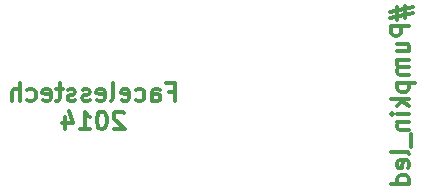
<source format=gbo>
%FSLAX46Y46*%
G04 Gerber Fmt 4.6, Leading zero omitted, Abs format (unit mm)*
G04 Created by KiCad (PCBNEW (2014-jul-16 BZR unknown)-product) date Mon 06 Oct 2014 22:12:13 BST*
%MOMM*%
G01*
G04 APERTURE LIST*
%ADD10C,0.100000*%
%ADD11C,0.300000*%
G04 APERTURE END LIST*
D10*
D11*
X136228971Y-100780200D02*
X136228971Y-101851629D01*
X135586114Y-101208772D02*
X137514686Y-100780200D01*
X136871829Y-101708772D02*
X136871829Y-100637343D01*
X137514686Y-101280200D02*
X135586114Y-101708772D01*
X137228971Y-102351629D02*
X135728971Y-102351629D01*
X135728971Y-102923057D01*
X135800400Y-103065915D01*
X135871829Y-103137343D01*
X136014686Y-103208772D01*
X136228971Y-103208772D01*
X136371829Y-103137343D01*
X136443257Y-103065915D01*
X136514686Y-102923057D01*
X136514686Y-102351629D01*
X136228971Y-104494486D02*
X137228971Y-104494486D01*
X136228971Y-103851629D02*
X137014686Y-103851629D01*
X137157543Y-103923057D01*
X137228971Y-104065915D01*
X137228971Y-104280200D01*
X137157543Y-104423057D01*
X137086114Y-104494486D01*
X137228971Y-105208772D02*
X136228971Y-105208772D01*
X136371829Y-105208772D02*
X136300400Y-105280200D01*
X136228971Y-105423058D01*
X136228971Y-105637343D01*
X136300400Y-105780200D01*
X136443257Y-105851629D01*
X137228971Y-105851629D01*
X136443257Y-105851629D02*
X136300400Y-105923058D01*
X136228971Y-106065915D01*
X136228971Y-106280200D01*
X136300400Y-106423058D01*
X136443257Y-106494486D01*
X137228971Y-106494486D01*
X136228971Y-107208772D02*
X137728971Y-107208772D01*
X136300400Y-107208772D02*
X136228971Y-107351629D01*
X136228971Y-107637343D01*
X136300400Y-107780200D01*
X136371829Y-107851629D01*
X136514686Y-107923058D01*
X136943257Y-107923058D01*
X137086114Y-107851629D01*
X137157543Y-107780200D01*
X137228971Y-107637343D01*
X137228971Y-107351629D01*
X137157543Y-107208772D01*
X137228971Y-108565915D02*
X135728971Y-108565915D01*
X136657543Y-108708772D02*
X137228971Y-109137343D01*
X136228971Y-109137343D02*
X136800400Y-108565915D01*
X137228971Y-109780201D02*
X136228971Y-109780201D01*
X135728971Y-109780201D02*
X135800400Y-109708772D01*
X135871829Y-109780201D01*
X135800400Y-109851629D01*
X135728971Y-109780201D01*
X135871829Y-109780201D01*
X136228971Y-110494487D02*
X137228971Y-110494487D01*
X136371829Y-110494487D02*
X136300400Y-110565915D01*
X136228971Y-110708773D01*
X136228971Y-110923058D01*
X136300400Y-111065915D01*
X136443257Y-111137344D01*
X137228971Y-111137344D01*
X137371829Y-111494487D02*
X137371829Y-112637344D01*
X137228971Y-113208773D02*
X137157543Y-113065915D01*
X137014686Y-112994487D01*
X135728971Y-112994487D01*
X137157543Y-114351629D02*
X137228971Y-114208772D01*
X137228971Y-113923058D01*
X137157543Y-113780201D01*
X137014686Y-113708772D01*
X136443257Y-113708772D01*
X136300400Y-113780201D01*
X136228971Y-113923058D01*
X136228971Y-114208772D01*
X136300400Y-114351629D01*
X136443257Y-114423058D01*
X136586114Y-114423058D01*
X136728971Y-113708772D01*
X137228971Y-115708772D02*
X135728971Y-115708772D01*
X137157543Y-115708772D02*
X137228971Y-115565915D01*
X137228971Y-115280201D01*
X137157543Y-115137343D01*
X137086114Y-115065915D01*
X136943257Y-114994486D01*
X136514686Y-114994486D01*
X136371829Y-115065915D01*
X136300400Y-115137343D01*
X136228971Y-115280201D01*
X136228971Y-115565915D01*
X136300400Y-115708772D01*
X116882856Y-107912857D02*
X117382856Y-107912857D01*
X117382856Y-108698571D02*
X117382856Y-107198571D01*
X116668570Y-107198571D01*
X115454285Y-108698571D02*
X115454285Y-107912857D01*
X115525714Y-107770000D01*
X115668571Y-107698571D01*
X115954285Y-107698571D01*
X116097142Y-107770000D01*
X115454285Y-108627143D02*
X115597142Y-108698571D01*
X115954285Y-108698571D01*
X116097142Y-108627143D01*
X116168571Y-108484286D01*
X116168571Y-108341429D01*
X116097142Y-108198571D01*
X115954285Y-108127143D01*
X115597142Y-108127143D01*
X115454285Y-108055714D01*
X114097142Y-108627143D02*
X114239999Y-108698571D01*
X114525713Y-108698571D01*
X114668571Y-108627143D01*
X114739999Y-108555714D01*
X114811428Y-108412857D01*
X114811428Y-107984286D01*
X114739999Y-107841429D01*
X114668571Y-107770000D01*
X114525713Y-107698571D01*
X114239999Y-107698571D01*
X114097142Y-107770000D01*
X112882857Y-108627143D02*
X113025714Y-108698571D01*
X113311428Y-108698571D01*
X113454285Y-108627143D01*
X113525714Y-108484286D01*
X113525714Y-107912857D01*
X113454285Y-107770000D01*
X113311428Y-107698571D01*
X113025714Y-107698571D01*
X112882857Y-107770000D01*
X112811428Y-107912857D01*
X112811428Y-108055714D01*
X113525714Y-108198571D01*
X111954285Y-108698571D02*
X112097143Y-108627143D01*
X112168571Y-108484286D01*
X112168571Y-107198571D01*
X110811429Y-108627143D02*
X110954286Y-108698571D01*
X111240000Y-108698571D01*
X111382857Y-108627143D01*
X111454286Y-108484286D01*
X111454286Y-107912857D01*
X111382857Y-107770000D01*
X111240000Y-107698571D01*
X110954286Y-107698571D01*
X110811429Y-107770000D01*
X110740000Y-107912857D01*
X110740000Y-108055714D01*
X111454286Y-108198571D01*
X110168572Y-108627143D02*
X110025715Y-108698571D01*
X109740000Y-108698571D01*
X109597143Y-108627143D01*
X109525715Y-108484286D01*
X109525715Y-108412857D01*
X109597143Y-108270000D01*
X109740000Y-108198571D01*
X109954286Y-108198571D01*
X110097143Y-108127143D01*
X110168572Y-107984286D01*
X110168572Y-107912857D01*
X110097143Y-107770000D01*
X109954286Y-107698571D01*
X109740000Y-107698571D01*
X109597143Y-107770000D01*
X108954286Y-108627143D02*
X108811429Y-108698571D01*
X108525714Y-108698571D01*
X108382857Y-108627143D01*
X108311429Y-108484286D01*
X108311429Y-108412857D01*
X108382857Y-108270000D01*
X108525714Y-108198571D01*
X108740000Y-108198571D01*
X108882857Y-108127143D01*
X108954286Y-107984286D01*
X108954286Y-107912857D01*
X108882857Y-107770000D01*
X108740000Y-107698571D01*
X108525714Y-107698571D01*
X108382857Y-107770000D01*
X107882857Y-107698571D02*
X107311428Y-107698571D01*
X107668571Y-107198571D02*
X107668571Y-108484286D01*
X107597143Y-108627143D01*
X107454285Y-108698571D01*
X107311428Y-108698571D01*
X106240000Y-108627143D02*
X106382857Y-108698571D01*
X106668571Y-108698571D01*
X106811428Y-108627143D01*
X106882857Y-108484286D01*
X106882857Y-107912857D01*
X106811428Y-107770000D01*
X106668571Y-107698571D01*
X106382857Y-107698571D01*
X106240000Y-107770000D01*
X106168571Y-107912857D01*
X106168571Y-108055714D01*
X106882857Y-108198571D01*
X104882857Y-108627143D02*
X105025714Y-108698571D01*
X105311428Y-108698571D01*
X105454286Y-108627143D01*
X105525714Y-108555714D01*
X105597143Y-108412857D01*
X105597143Y-107984286D01*
X105525714Y-107841429D01*
X105454286Y-107770000D01*
X105311428Y-107698571D01*
X105025714Y-107698571D01*
X104882857Y-107770000D01*
X104240000Y-108698571D02*
X104240000Y-107198571D01*
X103597143Y-108698571D02*
X103597143Y-107912857D01*
X103668572Y-107770000D01*
X103811429Y-107698571D01*
X104025714Y-107698571D01*
X104168572Y-107770000D01*
X104240000Y-107841429D01*
X113061428Y-109741429D02*
X112989999Y-109670000D01*
X112847142Y-109598571D01*
X112489999Y-109598571D01*
X112347142Y-109670000D01*
X112275713Y-109741429D01*
X112204285Y-109884286D01*
X112204285Y-110027143D01*
X112275713Y-110241429D01*
X113132856Y-111098571D01*
X112204285Y-111098571D01*
X111275714Y-109598571D02*
X111132857Y-109598571D01*
X110990000Y-109670000D01*
X110918571Y-109741429D01*
X110847142Y-109884286D01*
X110775714Y-110170000D01*
X110775714Y-110527143D01*
X110847142Y-110812857D01*
X110918571Y-110955714D01*
X110990000Y-111027143D01*
X111132857Y-111098571D01*
X111275714Y-111098571D01*
X111418571Y-111027143D01*
X111490000Y-110955714D01*
X111561428Y-110812857D01*
X111632857Y-110527143D01*
X111632857Y-110170000D01*
X111561428Y-109884286D01*
X111490000Y-109741429D01*
X111418571Y-109670000D01*
X111275714Y-109598571D01*
X109347143Y-111098571D02*
X110204286Y-111098571D01*
X109775714Y-111098571D02*
X109775714Y-109598571D01*
X109918571Y-109812857D01*
X110061429Y-109955714D01*
X110204286Y-110027143D01*
X108061429Y-110098571D02*
X108061429Y-111098571D01*
X108418572Y-109527143D02*
X108775715Y-110598571D01*
X107847143Y-110598571D01*
M02*

</source>
